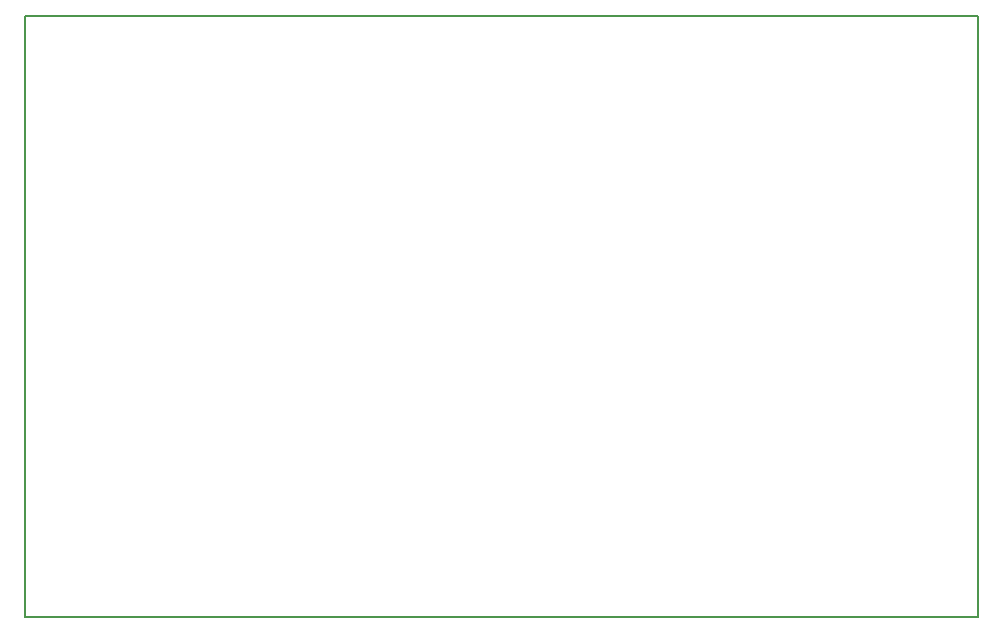
<source format=gbr>
G04 #@! TF.FileFunction,Profile,NP*
%FSLAX46Y46*%
G04 Gerber Fmt 4.6, Leading zero omitted, Abs format (unit mm)*
G04 Created by KiCad (PCBNEW no-vcs-found-product) date Fri Nov  4 22:39:12 2016*
%MOMM*%
%LPD*%
G01*
G04 APERTURE LIST*
%ADD10C,0.100000*%
%ADD11C,0.150000*%
G04 APERTURE END LIST*
D10*
D11*
X130700000Y-100000000D02*
X50000000Y-100000000D01*
X130700000Y-150900000D02*
X130700000Y-100000000D01*
X50000000Y-150900000D02*
X130700000Y-150900000D01*
X50000000Y-100000000D02*
X50000000Y-150900000D01*
M02*

</source>
